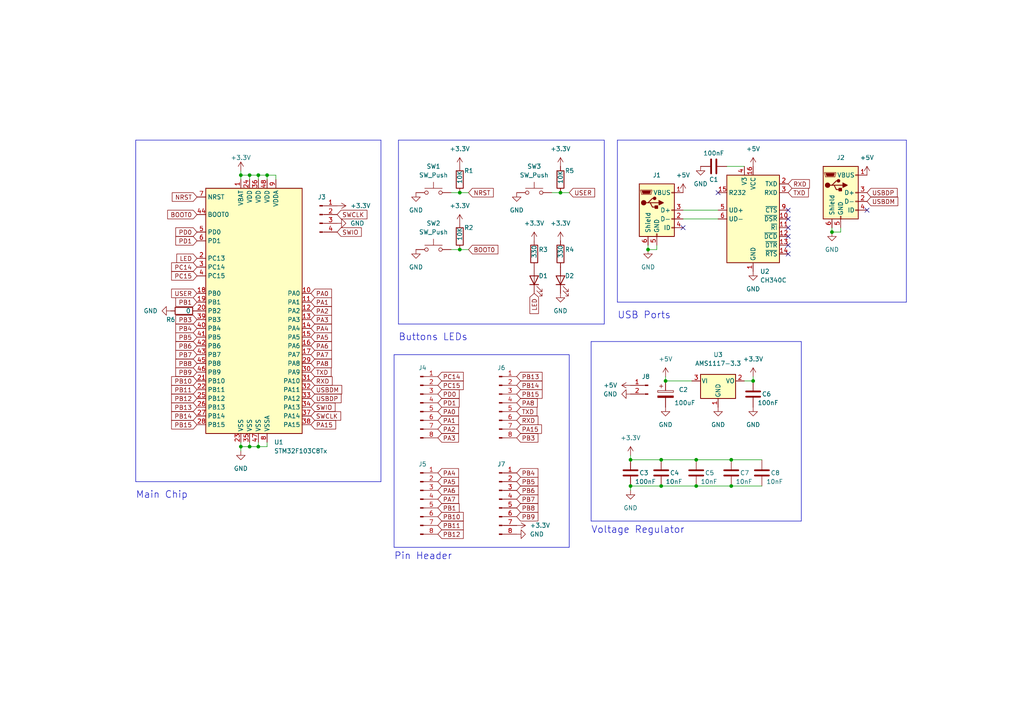
<source format=kicad_sch>
(kicad_sch (version 20230121) (generator eeschema)
  (paper "A4")
  (lib_symbols
    (symbol "Connector:Conn_01x02_Male" (pin_names (offset 1.016) hide)
      (property "Reference" "J" (at 0 2.54 0))
      (property "Value" "Conn_01x02_Male" (at 0 -5.08 0))
      (symbol "Conn_01x02_Male_1_1"
        (polyline (pts (xy 1.27 -2.54) (xy 0.8636 -2.54)) (stroke (width 0.1524)))
        (polyline (pts (xy 1.27 0) (xy 0.8636 0)) (stroke (width 0.1524)))
        (rectangle (start 0.8636 -2.413) (end 0 -2.667) (stroke (width 0.1524)) (fill (type outline)))
        (rectangle (start 0.8636 0.127) (end 0 -0.127) (stroke (width 0.1524)) (fill (type outline)))
        (pin passive line (at 5.08 0 180) (length 3.81) (name "Pin_1") (number "1"))
        (pin passive line (at 5.08 -2.54 180) (length 3.81) (name "Pin_2") (number "2"))
      )
    )
    (symbol "Connector:Conn_01x04_Male" (pin_names (offset 1.016) hide)
      (property "Reference" "J" (at 0 5.08 0))
      (property "Value" "Conn_01x04_Male" (at 0 -7.62 0))
      (symbol "Conn_01x04_Male_1_1"
        (polyline (pts (xy 1.27 -5.08) (xy 0.8636 -5.08)) (stroke (width 0.1524)))
        (polyline (pts (xy 1.27 -2.54) (xy 0.8636 -2.54)) (stroke (width 0.1524)))
        (polyline (pts (xy 1.27 0) (xy 0.8636 0)) (stroke (width 0.1524)))
        (polyline (pts (xy 1.27 2.54) (xy 0.8636 2.54)) (stroke (width 0.1524)))
        (rectangle (start 0.8636 -4.953) (end 0 -5.207) (stroke (width 0.1524)) (fill (type outline)))
        (rectangle (start 0.8636 -2.413) (end 0 -2.667) (stroke (width 0.1524)) (fill (type outline)))
        (rectangle (start 0.8636 0.127) (end 0 -0.127) (stroke (width 0.1524)) (fill (type outline)))
        (rectangle (start 0.8636 2.667) (end 0 2.413) (stroke (width 0.1524)) (fill (type outline)))
        (pin passive line (at 5.08 2.54 180) (length 3.81) (name "Pin_1") (number "1"))
        (pin passive line (at 5.08 0 180) (length 3.81) (name "Pin_2") (number "2"))
        (pin passive line (at 5.08 -2.54 180) (length 3.81) (name "Pin_3") (number "3"))
        (pin passive line (at 5.08 -5.08 180) (length 3.81) (name "Pin_4") (number "4"))
      )
    )
    (symbol "Connector:Conn_01x08_Male" (pin_names (offset 1.016) hide)
      (property "Reference" "J" (at 0 10.16 0))
      (property "Value" "Conn_01x08_Male" (at 0 -12.7 0))
      (symbol "Conn_01x08_Male_1_1"
        (polyline (pts (xy 1.27 -10.16) (xy 0.8636 -10.16)) (stroke (width 0.1524)))
        (polyline (pts (xy 1.27 -7.62) (xy 0.8636 -7.62)) (stroke (width 0.1524)))
        (polyline (pts (xy 1.27 -5.08) (xy 0.8636 -5.08)) (stroke (width 0.1524)))
        (polyline (pts (xy 1.27 -2.54) (xy 0.8636 -2.54)) (stroke (width 0.1524)))
        (polyline (pts (xy 1.27 0) (xy 0.8636 0)) (stroke (width 0.1524)))
        (polyline (pts (xy 1.27 2.54) (xy 0.8636 2.54)) (stroke (width 0.1524)))
        (polyline (pts (xy 1.27 5.08) (xy 0.8636 5.08)) (stroke (width 0.1524)))
        (polyline (pts (xy 1.27 7.62) (xy 0.8636 7.62)) (stroke (width 0.1524)))
        (rectangle (start 0.8636 -10.033) (end 0 -10.287) (stroke (width 0.1524)) (fill (type outline)))
        (rectangle (start 0.8636 -7.493) (end 0 -7.747) (stroke (width 0.1524)) (fill (type outline)))
        (rectangle (start 0.8636 -4.953) (end 0 -5.207) (stroke (width 0.1524)) (fill (type outline)))
        (rectangle (start 0.8636 -2.413) (end 0 -2.667) (stroke (width 0.1524)) (fill (type outline)))
        (rectangle (start 0.8636 0.127) (end 0 -0.127) (stroke (width 0.1524)) (fill (type outline)))
        (rectangle (start 0.8636 2.667) (end 0 2.413) (stroke (width 0.1524)) (fill (type outline)))
        (rectangle (start 0.8636 5.207) (end 0 4.953) (stroke (width 0.1524)) (fill (type outline)))
        (rectangle (start 0.8636 7.747) (end 0 7.493) (stroke (width 0.1524)) (fill (type outline)))
        (pin passive line (at 5.08 7.62 180) (length 3.81) (name "Pin_1") (number "1"))
        (pin passive line (at 5.08 5.08 180) (length 3.81) (name "Pin_2") (number "2"))
        (pin passive line (at 5.08 2.54 180) (length 3.81) (name "Pin_3") (number "3"))
        (pin passive line (at 5.08 0 180) (length 3.81) (name "Pin_4") (number "4"))
        (pin passive line (at 5.08 -2.54 180) (length 3.81) (name "Pin_5") (number "5"))
        (pin passive line (at 5.08 -5.08 180) (length 3.81) (name "Pin_6") (number "6"))
        (pin passive line (at 5.08 -7.62 180) (length 3.81) (name "Pin_7") (number "7"))
        (pin passive line (at 5.08 -10.16 180) (length 3.81) (name "Pin_8") (number "8"))
      )
    )
    (symbol "Connector:USB_B_Micro" (pin_names (offset 1.016))
      (property "Reference" "J" (at -5.08 11.43 0))
      (property "Value" "USB_B_Micro" (at -5.08 8.89 0))
      (symbol "USB_B_Micro_0_1"
        (rectangle (start -5.08 -7.62) (end 5.08 7.62) (stroke (width 0.254)) (fill (type background)))
        (circle (center -3.81 2.159) (radius 0.635) (stroke (width 0.254)) (fill (type outline)))
        (circle (center -0.635 3.429) (radius 0.381) (stroke (width 0.254)) (fill (type outline)))
        (rectangle (start -0.127 -7.62) (end 0.127 -6.858))
        (polyline (pts (xy -1.905 2.159) (xy 0.635 2.159)) (stroke (width 0.254)))
        (polyline (pts (xy -3.175 2.159) (xy -2.54 2.159) (xy -1.27 3.429) (xy -0.635 3.429)) (stroke (width 0.254)))
        (polyline (pts (xy -2.54 2.159) (xy -1.905 2.159) (xy -1.27 0.889) (xy 0 0.889)) (stroke (width 0.254)))
        (polyline (pts (xy 0.635 2.794) (xy 0.635 1.524) (xy 1.905 2.159) (xy 0.635 2.794)) (stroke (width 0.254)) (fill (type outline)))
        (polyline (pts (xy -4.318 5.588) (xy -1.778 5.588) (xy -2.032 4.826) (xy -4.064 4.826) (xy -4.318 5.588)) (fill (type outline)))
        (polyline (pts (xy -4.699 5.842) (xy -4.699 5.588) (xy -4.445 4.826) (xy -4.445 4.572) (xy -1.651 4.572) (xy -1.651 4.826) (xy -1.397 5.588) (xy -1.397 5.842) (xy -4.699 5.842)))
        (rectangle (start 0.254 1.27) (end -0.508 0.508) (stroke (width 0.254)) (fill (type outline)))
        (rectangle (start 5.08 -5.207) (end 4.318 -4.953))
        (rectangle (start 5.08 -2.667) (end 4.318 -2.413))
        (rectangle (start 5.08 -0.127) (end 4.318 0.127))
        (rectangle (start 5.08 4.953) (end 4.318 5.207))
      )
      (symbol "USB_B_Micro_1_1"
        (pin power_out line (at 7.62 5.08 180) (length 2.54) (name "VBUS") (number "1"))
        (pin bidirectional line (at 7.62 -2.54 180) (length 2.54) (name "D-") (number "2"))
        (pin bidirectional line (at 7.62 0 180) (length 2.54) (name "D+") (number "3"))
        (pin passive line (at 7.62 -5.08 180) (length 2.54) (name "ID") (number "4"))
        (pin power_out line (at 0 -10.16 90) (length 2.54) (name "GND") (number "5"))
        (pin passive line (at -2.54 -10.16 90) (length 2.54) (name "Shield") (number "6"))
      )
    )
    (symbol "Device:C" (pin_numbers hide) (pin_names (offset 0.254))
      (property "Reference" "C" (at 0.635 2.54 0))
      (property "Value" "C" (at 0.635 -2.54 0))
      (symbol "C_0_1"
        (polyline (pts (xy -2.032 -0.762) (xy 2.032 -0.762)) (stroke (width 0.508)))
        (polyline (pts (xy -2.032 0.762) (xy 2.032 0.762)) (stroke (width 0.508)))
      )
      (symbol "C_1_1"
        (pin passive line (at 0 3.81 270) (length 2.794) (name "~") (number "1"))
        (pin passive line (at 0 -3.81 90) (length 2.794) (name "~") (number "2"))
      )
    )
    (symbol "Device:C_Polarized" (pin_numbers hide) (pin_names (offset 0.254))
      (property "Reference" "C" (at 0.635 2.54 0))
      (property "Value" "C_Polarized" (at 0.635 -2.54 0))
      (symbol "C_Polarized_0_1"
        (rectangle (start -2.286 0.508) (end 2.286 1.016))
        (polyline (pts (xy -1.778 2.286) (xy -0.762 2.286)))
        (polyline (pts (xy -1.27 2.794) (xy -1.27 1.778)))
        (rectangle (start 2.286 -0.508) (end -2.286 -1.016) (fill (type outline)))
      )
      (symbol "C_Polarized_1_1"
        (pin passive line (at 0 3.81 270) (length 2.794) (name "~") (number "1"))
        (pin passive line (at 0 -3.81 90) (length 2.794) (name "~") (number "2"))
      )
    )
    (symbol "Device:LED" (pin_numbers hide) (pin_names (offset 1.016) hide)
      (property "Reference" "D" (at 0 2.54 0))
      (property "Value" "LED" (at 0 -2.54 0))
      (symbol "LED_0_1"
        (polyline (pts (xy -1.27 -1.27) (xy -1.27 1.27)) (stroke (width 0.254)))
        (polyline (pts (xy -1.27 0) (xy 1.27 0)))
        (polyline (pts (xy 1.27 -1.27) (xy 1.27 1.27) (xy -1.27 0) (xy 1.27 -1.27)) (stroke (width 0.254)))
        (polyline (pts (xy -3.048 -0.762) (xy -4.572 -2.286) (xy -3.81 -2.286) (xy -4.572 -2.286) (xy -4.572 -1.524)))
        (polyline (pts (xy -1.778 -0.762) (xy -3.302 -2.286) (xy -2.54 -2.286) (xy -3.302 -2.286) (xy -3.302 -1.524)))
      )
      (symbol "LED_1_1"
        (pin passive line (at -3.81 0 0) (length 2.54) (name "K") (number "1"))
        (pin passive line (at 3.81 0 180) (length 2.54) (name "A") (number "2"))
      )
    )
    (symbol "Device:R" (pin_numbers hide) (pin_names (offset 0))
      (property "Reference" "R" (at 2.032 0 90))
      (property "Value" "R" (at 0 0 90))
      (symbol "R_0_1"
        (rectangle (start -1.016 -2.54) (end 1.016 2.54) (stroke (width 0.254)))
      )
      (symbol "R_1_1"
        (pin passive line (at 0 3.81 270) (length 1.27) (name "~") (number "1"))
        (pin passive line (at 0 -3.81 90) (length 1.27) (name "~") (number "2"))
      )
    )
    (symbol "Interface_USB:CH340C"
      (property "Reference" "U" (at -5.08 13.97 0))
      (property "Value" "CH340C" (at 1.27 13.97 0))
      (symbol "CH340C_0_1"
        (rectangle (start -7.62 12.7) (end 7.62 -12.7) (stroke (width 0.254)) (fill (type background)))
      )
      (symbol "CH340C_1_1"
        (pin power_in line (at 0 -15.24 90) (length 2.54) (name "GND") (number "1"))
        (pin input line (at 10.16 0 180) (length 2.54) (name "~{DSR}") (number "10"))
        (pin input line (at 10.16 -2.54 180) (length 2.54) (name "~{RI}") (number "11"))
        (pin input line (at 10.16 -5.08 180) (length 2.54) (name "~{DCD}") (number "12"))
        (pin output line (at 10.16 -7.62 180) (length 2.54) (name "~{DTR}") (number "13"))
        (pin output line (at 10.16 -10.16 180) (length 2.54) (name "~{RTS}") (number "14"))
        (pin input line (at -10.16 7.62 0) (length 2.54) (name "R232") (number "15"))
        (pin power_in line (at 0 15.24 270) (length 2.54) (name "VCC") (number "16"))
        (pin output line (at 10.16 10.16 180) (length 2.54) (name "TXD") (number "2"))
        (pin input line (at 10.16 7.62 180) (length 2.54) (name "RXD") (number "3"))
        (pin passive line (at -2.54 15.24 270) (length 2.54) (name "V3") (number "4"))
        (pin bidirectional line (at -10.16 2.54 0) (length 2.54) (name "UD+") (number "5"))
        (pin bidirectional line (at -10.16 0 0) (length 2.54) (name "UD-") (number "6"))
        (pin no_connect line (at -7.62 -7.62 0) (length 2.54) hide (name "NC") (number "7"))
        (pin no_connect line (at -7.62 -10.16 0) (length 2.54) hide (name "NC") (number "8"))
        (pin input line (at 10.16 2.54 180) (length 2.54) (name "~{CTS}") (number "9"))
      )
    )
    (symbol "MCU_ST_STM32F1:STM32F103C8Tx"
      (property "Reference" "U" (at -15.24 36.83 0))
      (property "Value" "STM32F103C8Tx" (at 7.62 36.83 0))
      (symbol "STM32F103C8Tx_0_1"
        (rectangle (start -15.24 -35.56) (end 12.7 35.56) (stroke (width 0.254)) (fill (type background)))
      )
      (symbol "STM32F103C8Tx_1_1"
        (pin power_in line (at -5.08 38.1 270) (length 2.54) (name "VBAT") (number "1"))
        (pin bidirectional line (at 15.24 5.08 180) (length 2.54) (name "PA0") (number "10"))
        (pin bidirectional line (at 15.24 2.54 180) (length 2.54) (name "PA1") (number "11"))
        (pin bidirectional line (at 15.24 0 180) (length 2.54) (name "PA2") (number "12"))
        (pin bidirectional line (at 15.24 -2.54 180) (length 2.54) (name "PA3") (number "13"))
        (pin bidirectional line (at 15.24 -5.08 180) (length 2.54) (name "PA4") (number "14"))
        (pin bidirectional line (at 15.24 -7.62 180) (length 2.54) (name "PA5") (number "15"))
        (pin bidirectional line (at 15.24 -10.16 180) (length 2.54) (name "PA6") (number "16"))
        (pin bidirectional line (at 15.24 -12.7 180) (length 2.54) (name "PA7") (number "17"))
        (pin bidirectional line (at -17.78 5.08 0) (length 2.54) (name "PB0") (number "18"))
        (pin bidirectional line (at -17.78 2.54 0) (length 2.54) (name "PB1") (number "19"))
        (pin bidirectional line (at -17.78 15.24 0) (length 2.54) (name "PC13") (number "2"))
        (pin bidirectional line (at -17.78 0 0) (length 2.54) (name "PB2") (number "20"))
        (pin bidirectional line (at -17.78 -20.32 0) (length 2.54) (name "PB10") (number "21"))
        (pin bidirectional line (at -17.78 -22.86 0) (length 2.54) (name "PB11") (number "22"))
        (pin power_in line (at -5.08 -38.1 90) (length 2.54) (name "VSS") (number "23"))
        (pin power_in line (at -2.54 38.1 270) (length 2.54) (name "VDD") (number "24"))
        (pin bidirectional line (at -17.78 -25.4 0) (length 2.54) (name "PB12") (number "25"))
        (pin bidirectional line (at -17.78 -27.94 0) (length 2.54) (name "PB13") (number "26"))
        (pin bidirectional line (at -17.78 -30.48 0) (length 2.54) (name "PB14") (number "27"))
        (pin bidirectional line (at -17.78 -33.02 0) (length 2.54) (name "PB15") (number "28"))
        (pin bidirectional line (at 15.24 -15.24 180) (length 2.54) (name "PA8") (number "29"))
        (pin bidirectional line (at -17.78 12.7 0) (length 2.54) (name "PC14") (number "3"))
        (pin bidirectional line (at 15.24 -17.78 180) (length 2.54) (name "PA9") (number "30"))
        (pin bidirectional line (at 15.24 -20.32 180) (length 2.54) (name "PA10") (number "31"))
        (pin bidirectional line (at 15.24 -22.86 180) (length 2.54) (name "PA11") (number "32"))
        (pin bidirectional line (at 15.24 -25.4 180) (length 2.54) (name "PA12") (number "33"))
        (pin bidirectional line (at 15.24 -27.94 180) (length 2.54) (name "PA13") (number "34"))
        (pin power_in line (at -2.54 -38.1 90) (length 2.54) (name "VSS") (number "35"))
        (pin power_in line (at 0 38.1 270) (length 2.54) (name "VDD") (number "36"))
        (pin bidirectional line (at 15.24 -30.48 180) (length 2.54) (name "PA14") (number "37"))
        (pin bidirectional line (at 15.24 -33.02 180) (length 2.54) (name "PA15") (number "38"))
        (pin bidirectional line (at -17.78 -2.54 0) (length 2.54) (name "PB3") (number "39"))
        (pin bidirectional line (at -17.78 10.16 0) (length 2.54) (name "PC15") (number "4"))
        (pin bidirectional line (at -17.78 -5.08 0) (length 2.54) (name "PB4") (number "40"))
        (pin bidirectional line (at -17.78 -7.62 0) (length 2.54) (name "PB5") (number "41"))
        (pin bidirectional line (at -17.78 -10.16 0) (length 2.54) (name "PB6") (number "42"))
        (pin bidirectional line (at -17.78 -12.7 0) (length 2.54) (name "PB7") (number "43"))
        (pin input line (at -17.78 27.94 0) (length 2.54) (name "BOOT0") (number "44"))
        (pin bidirectional line (at -17.78 -15.24 0) (length 2.54) (name "PB8") (number "45"))
        (pin bidirectional line (at -17.78 -17.78 0) (length 2.54) (name "PB9") (number "46"))
        (pin power_in line (at 0 -38.1 90) (length 2.54) (name "VSS") (number "47"))
        (pin power_in line (at 2.54 38.1 270) (length 2.54) (name "VDD") (number "48"))
        (pin input line (at -17.78 22.86 0) (length 2.54) (name "PD0") (number "5"))
        (pin input line (at -17.78 20.32 0) (length 2.54) (name "PD1") (number "6"))
        (pin input line (at -17.78 33.02 0) (length 2.54) (name "NRST") (number "7"))
        (pin power_in line (at 2.54 -38.1 90) (length 2.54) (name "VSSA") (number "8"))
        (pin power_in line (at 5.08 38.1 270) (length 2.54) (name "VDDA") (number "9"))
      )
    )
    (symbol "Regulator_Linear:AMS1117-3.3" (pin_names (offset 0.254))
      (property "Reference" "U" (at -3.81 3.175 0))
      (property "Value" "AMS1117-3.3" (at 0 3.175 0))
      (symbol "AMS1117-3.3_0_1"
        (rectangle (start -5.08 -5.08) (end 5.08 1.905) (stroke (width 0.254)) (fill (type background)))
      )
      (symbol "AMS1117-3.3_1_1"
        (pin power_in line (at 0 -7.62 90) (length 2.54) (name "GND") (number "1"))
        (pin power_out line (at 7.62 0 180) (length 2.54) (name "VO") (number "2"))
        (pin power_in line (at -7.62 0 0) (length 2.54) (name "VI") (number "3"))
      )
    )
    (symbol "Switch:SW_Push" (pin_numbers hide) (pin_names (offset 1.016) hide)
      (property "Reference" "SW" (at 1.27 2.54 0))
      (property "Value" "SW_Push" (at 0 -1.524 0))
      (symbol "SW_Push_0_1"
        (circle (center -2.032 0) (radius 0.508))
        (polyline (pts (xy 0 1.27) (xy 0 3.048)))
        (polyline (pts (xy 2.54 1.27) (xy -2.54 1.27)))
        (circle (center 2.032 0) (radius 0.508))
        (pin passive line (at -5.08 0 0) (length 2.54) (name "1") (number "1"))
        (pin passive line (at 5.08 0 180) (length 2.54) (name "2") (number "2"))
      )
    )
    (symbol "power:+3.3V" (power) (pin_names (offset 0))
      (property "Value" "+3.3V" (at 0 3.556 0))
      (symbol "+3.3V_0_1"
        (polyline (pts (xy -0.762 1.27) (xy 0 2.54)))
        (polyline (pts (xy 0 0) (xy 0 2.54)))
        (polyline (pts (xy 0 2.54) (xy 0.762 1.27)))
      )
      (symbol "+3.3V_1_1"
        (pin power_in line (at 0 0 90) (length 0) hide (name "+3.3V") (number "1"))
      )
    )
    (symbol "power:+5V" (power) (pin_names (offset 0))
      (property "Value" "+5V" (at 0 3.556 0))
      (symbol "+5V_0_1"
        (polyline (pts (xy -0.762 1.27) (xy 0 2.54)))
        (polyline (pts (xy 0 0) (xy 0 2.54)))
        (polyline (pts (xy 0 2.54) (xy 0.762 1.27)))
      )
      (symbol "+5V_1_1"
        (pin power_in line (at 0 0 90) (length 0) hide (name "+5V") (number "1"))
      )
    )
    (symbol "power:GND" (power) (pin_names (offset 0))
      (property "Value" "GND" (at 0 -3.81 0))
      (symbol "GND_0_1"
        (polyline (pts (xy 0 0) (xy 0 -1.27) (xy 1.27 -1.27) (xy 0 -2.54) (xy -1.27 -1.27) (xy 0 -1.27)))
      )
      (symbol "GND_1_1"
        (pin power_in line (at 0 0 270) (length 0) hide (name "GND") (number "1"))
      )
    )
  )
  (junction (at 218.44 110.49))
  (junction (at 187.96 72.39))
  (junction (at 133.35 55.88))
  (junction (at 133.35 72.39))
  (junction (at 69.85 50.8))
  (junction (at 201.93 140.97))
  (junction (at 72.39 50.8))
  (junction (at 201.93 133.35))
  (junction (at 212.09 133.35))
  (junction (at 241.3 67.31))
  (junction (at 72.39 129.54))
  (junction (at 162.56 55.88))
  (junction (at 69.85 129.54))
  (junction (at 212.09 140.97))
  (junction (at 191.77 133.35))
  (junction (at 74.93 50.8))
  (junction (at 193.04 110.49))
  (junction (at 182.88 140.97))
  (junction (at 77.47 50.8))
  (junction (at 191.77 140.97))
  (junction (at 74.93 129.54))
  (junction (at 182.88 133.35))
  (no_connect (at 208.28 55.88))
  (no_connect (at 251.46 60.96))
  (no_connect (at 198.12 66.04))
  (no_connect (at 228.6 63.5))
  (no_connect (at 228.6 60.96))
  (no_connect (at 228.6 71.12))
  (no_connect (at 228.6 66.04))
  (no_connect (at 228.6 73.66))
  (no_connect (at 228.6 68.58))
  (wire (pts (xy 193.04 110.49) (xy 200.66 110.49)))
  (wire (pts (xy 182.88 132.08) (xy 182.88 133.35)))
  (wire (pts (xy 191.77 140.97) (xy 201.93 140.97)))
  (wire (pts (xy 162.56 55.88) (xy 165.1 55.88)))
  (wire (pts (xy 191.77 133.35) (xy 201.93 133.35)))
  (wire (pts (xy 198.12 63.5) (xy 208.28 63.5)))
  (wire (pts (xy 133.35 72.39) (xy 135.89 72.39)))
  (wire (pts (xy 77.47 129.54) (xy 74.93 129.54)))
  (wire (pts (xy 69.85 49.53) (xy 69.85 50.8)))
  (polyline (pts (xy 115.57 40.64) (xy 175.26 40.64)))
  (wire (pts (xy 69.85 50.8) (xy 69.85 52.07)))
  (polyline (pts (xy 110.49 139.7) (xy 39.37 139.7)))
  (polyline (pts (xy 175.26 93.98) (xy 115.57 93.98)))
  (wire (pts (xy 243.84 66.04) (xy 243.84 67.31)))
  (wire (pts (xy 72.39 50.8) (xy 74.93 50.8)))
  (polyline (pts (xy 175.26 40.64) (xy 175.26 93.98)))
  (polyline (pts (xy 39.37 40.64) (xy 110.49 40.64)))
  (polyline (pts (xy 115.57 40.64) (xy 115.57 93.98)))
  (wire (pts (xy 212.09 140.97) (xy 220.98 140.97)))
  (wire (pts (xy 74.93 50.8) (xy 74.93 52.07)))
  (polyline (pts (xy 232.41 99.06) (xy 232.41 151.13)))
  (wire (pts (xy 182.88 133.35) (xy 191.77 133.35)))
  (wire (pts (xy 243.84 67.31) (xy 241.3 67.31)))
  (wire (pts (xy 187.96 71.12) (xy 187.96 72.39)))
  (polyline (pts (xy 165.1 102.87) (xy 165.1 158.75)))
  (wire (pts (xy 74.93 128.27) (xy 74.93 129.54)))
  (polyline (pts (xy 179.07 40.64) (xy 179.07 87.63)))
  (wire (pts (xy 193.04 109.22) (xy 193.04 110.49)))
  (wire (pts (xy 182.88 140.97) (xy 182.88 142.24)))
  (polyline (pts (xy 110.49 40.64) (xy 110.49 139.7)))
  (wire (pts (xy 130.81 72.39) (xy 133.35 72.39)))
  (wire (pts (xy 77.47 128.27) (xy 77.47 129.54)))
  (wire (pts (xy 69.85 129.54) (xy 69.85 130.81)))
  (wire (pts (xy 72.39 50.8) (xy 72.39 52.07)))
  (polyline (pts (xy 171.45 99.06) (xy 232.41 99.06)))
  (polyline (pts (xy 114.3 102.87) (xy 165.1 102.87)))
  (polyline (pts (xy 232.41 151.13) (xy 171.45 151.13)))
  (wire (pts (xy 69.85 128.27) (xy 69.85 129.54)))
  (wire (pts (xy 182.88 140.97) (xy 191.77 140.97)))
  (polyline (pts (xy 39.37 40.64) (xy 39.37 139.7)))
  (wire (pts (xy 77.47 50.8) (xy 77.47 52.07)))
  (wire (pts (xy 72.39 129.54) (xy 69.85 129.54)))
  (wire (pts (xy 241.3 66.04) (xy 241.3 67.31)))
  (polyline (pts (xy 262.89 40.64) (xy 262.89 87.63)))
  (wire (pts (xy 72.39 128.27) (xy 72.39 129.54)))
  (wire (pts (xy 190.5 72.39) (xy 187.96 72.39)))
  (polyline (pts (xy 171.45 99.06) (xy 171.45 151.13)))
  (wire (pts (xy 130.81 55.88) (xy 133.35 55.88)))
  (wire (pts (xy 133.35 55.88) (xy 135.89 55.88)))
  (wire (pts (xy 77.47 50.8) (xy 80.01 50.8)))
  (wire (pts (xy 201.93 133.35) (xy 212.09 133.35)))
  (wire (pts (xy 74.93 50.8) (xy 77.47 50.8)))
  (wire (pts (xy 198.12 60.96) (xy 208.28 60.96)))
  (wire (pts (xy 190.5 71.12) (xy 190.5 72.39)))
  (polyline (pts (xy 179.07 40.64) (xy 262.89 40.64)))
  (wire (pts (xy 215.9 110.49) (xy 218.44 110.49)))
  (polyline (pts (xy 114.3 102.87) (xy 114.3 158.75)))
  (polyline (pts (xy 165.1 158.75) (xy 114.3 158.75)))
  (wire (pts (xy 80.01 52.07) (xy 80.01 50.8)))
  (wire (pts (xy 212.09 133.35) (xy 220.98 133.35)))
  (wire (pts (xy 74.93 129.54) (xy 72.39 129.54)))
  (polyline (pts (xy 262.89 87.63) (xy 179.07 87.63)))
  (wire (pts (xy 210.82 48.26) (xy 215.9 48.26)))
  (wire (pts (xy 69.85 50.8) (xy 72.39 50.8)))
  (wire (pts (xy 218.44 109.22) (xy 218.44 110.49)))
  (wire (pts (xy 201.93 140.97) (xy 212.09 140.97)))
  (wire (pts (xy 160.02 55.88) (xy 162.56 55.88)))
  (text "Voltage Regulator" (at 171.45 154.94 0) (effects (font (size 2 2)) (justify left bottom)))
  (text "Main Chip\n" (at 39.37 144.78 0) (effects (font (size 2 2)) (justify left bottom)))
  (text "Buttons LEDs" (at 115.57 99.06 0) (effects (font (size 2 2)) (justify left bottom)))
  (text "USB Ports\n" (at 179.07 92.71 0) (effects (font (size 2 2)) (justify left bottom)))
  (text "Pin Header" (at 114.3 162.56 0) (effects (font (size 2 2)) (justify left bottom)))
  (global_label "SWCLK" (shape input) (at 90.17 120.65 0) (property "Intersheetrefs" "${INTERSHEET_REFS}" (effects hide)))
  (global_label "PB4" (shape input) (at 57.15 95.25 180) (property "Intersheetrefs" "${INTERSHEET_REFS}" (effects hide)))
  (global_label "PB8" (shape input) (at 57.15 105.41 180) (property "Intersheetrefs" "${INTERSHEET_REFS}" (effects hide)))
  (global_label "PB15" (shape input) (at 57.15 123.19 180) (property "Intersheetrefs" "${INTERSHEET_REFS}" (effects hide)))
  (global_label "PB3" (shape input) (at 57.15 92.71 180) (property "Intersheetrefs" "${INTERSHEET_REFS}" (effects hide)))
  (global_label "PA3" (shape input) (at 90.17 92.71 0) (property "Intersheetrefs" "${INTERSHEET_REFS}" (effects hide)))
  (global_label "BOOT0" (shape input) (at 135.89 72.39 0) (property "Intersheetrefs" "${INTERSHEET_REFS}" (effects hide)))
  (global_label "PA15" (shape input) (at 90.17 123.19 0) (property "Intersheetrefs" "${INTERSHEET_REFS}" (effects hide)))
  (global_label "PB10" (shape input) (at 127 149.86 0) (property "Intersheetrefs" "${INTERSHEET_REFS}" (effects hide)))
  (global_label "PA4" (shape input) (at 127 137.16 0) (property "Intersheetrefs" "${INTERSHEET_REFS}" (effects hide)))
  (global_label "PA5" (shape input) (at 127 139.7 0) (property "Intersheetrefs" "${INTERSHEET_REFS}" (effects hide)))
  (global_label "LED" (shape input) (at 57.15 74.93 180) (property "Intersheetrefs" "${INTERSHEET_REFS}" (effects hide)))
  (global_label "RXD" (shape input) (at 149.86 121.92 0) (property "Intersheetrefs" "${INTERSHEET_REFS}" (effects hide)))
  (global_label "PB9" (shape input) (at 57.15 107.95 180) (property "Intersheetrefs" "${INTERSHEET_REFS}" (effects hide)))
  (global_label "PA3" (shape input) (at 127 127 0) (property "Intersheetrefs" "${INTERSHEET_REFS}" (effects hide)))
  (global_label "PA2" (shape input) (at 127 124.46 0) (property "Intersheetrefs" "${INTERSHEET_REFS}" (effects hide)))
  (global_label "PB13" (shape input) (at 57.15 118.11 180) (property "Intersheetrefs" "${INTERSHEET_REFS}" (effects hide)))
  (global_label "PB1" (shape input) (at 57.15 87.63 180) (property "Intersheetrefs" "${INTERSHEET_REFS}" (effects hide)))
  (global_label "PB10" (shape input) (at 57.15 110.49 180) (property "Intersheetrefs" "${INTERSHEET_REFS}" (effects hide)))
  (global_label "PB12" (shape input) (at 127 154.94 0) (property "Intersheetrefs" "${INTERSHEET_REFS}" (effects hide)))
  (global_label "PC14" (shape input) (at 57.15 77.47 180) (property "Intersheetrefs" "${INTERSHEET_REFS}" (effects hide)))
  (global_label "PC15" (shape input) (at 57.15 80.01 180) (property "Intersheetrefs" "${INTERSHEET_REFS}" (effects hide)))
  (global_label "PC14" (shape input) (at 127 109.22 0) (property "Intersheetrefs" "${INTERSHEET_REFS}" (effects hide)))
  (global_label "USER" (shape input) (at 57.15 85.09 180) (property "Intersheetrefs" "${INTERSHEET_REFS}" (effects hide)))
  (global_label "USBDP" (shape input) (at 90.17 115.57 0) (property "Intersheetrefs" "${INTERSHEET_REFS}" (effects hide)))
  (global_label "PA0" (shape input) (at 90.17 85.09 0) (property "Intersheetrefs" "${INTERSHEET_REFS}" (effects hide)))
  (global_label "PA7" (shape input) (at 127 144.78 0) (property "Intersheetrefs" "${INTERSHEET_REFS}" (effects hide)))
  (global_label "USBDM" (shape input) (at 251.46 58.42 0) (property "Intersheetrefs" "${INTERSHEET_REFS}" (effects hide)))
  (global_label "PA5" (shape input) (at 90.17 97.79 0) (property "Intersheetrefs" "${INTERSHEET_REFS}" (effects hide)))
  (global_label "RXD" (shape input) (at 228.6 53.34 0) (property "Intersheetrefs" "${INTERSHEET_REFS}" (effects hide)))
  (global_label "PB9" (shape input) (at 149.86 149.86 0) (property "Intersheetrefs" "${INTERSHEET_REFS}" (effects hide)))
  (global_label "PA1" (shape input) (at 90.17 87.63 0) (property "Intersheetrefs" "${INTERSHEET_REFS}" (effects hide)))
  (global_label "PB14" (shape input) (at 149.86 111.76 0) (property "Intersheetrefs" "${INTERSHEET_REFS}" (effects hide)))
  (global_label "NRST" (shape input) (at 57.15 57.15 180) (property "Intersheetrefs" "${INTERSHEET_REFS}" (effects hide)))
  (global_label "SWCLK" (shape input) (at 97.79 62.23 0) (property "Intersheetrefs" "${INTERSHEET_REFS}" (effects hide)))
  (global_label "PA2" (shape input) (at 90.17 90.17 0) (property "Intersheetrefs" "${INTERSHEET_REFS}" (effects hide)))
  (global_label "PB3" (shape input) (at 149.86 127 0) (property "Intersheetrefs" "${INTERSHEET_REFS}" (effects hide)))
  (global_label "PB15" (shape input) (at 149.86 114.3 0) (property "Intersheetrefs" "${INTERSHEET_REFS}" (effects hide)))
  (global_label "PD1" (shape input) (at 57.15 69.85 180) (property "Intersheetrefs" "${INTERSHEET_REFS}" (effects hide)))
  (global_label "PB5" (shape input) (at 57.15 97.79 180) (property "Intersheetrefs" "${INTERSHEET_REFS}" (effects hide)))
  (global_label "BOOT0" (shape input) (at 57.15 62.23 180) (property "Intersheetrefs" "${INTERSHEET_REFS}" (effects hide)))
  (global_label "USER" (shape input) (at 165.1 55.88 0) (property "Intersheetrefs" "${INTERSHEET_REFS}" (effects hide)))
  (global_label "PB11" (shape input) (at 127 152.4 0) (property "Intersheetrefs" "${INTERSHEET_REFS}" (effects hide)))
  (global_label "PB6" (shape input) (at 149.86 142.24 0) (property "Intersheetrefs" "${INTERSHEET_REFS}" (effects hide)))
  (global_label "PB13" (shape input) (at 149.86 109.22 0) (property "Intersheetrefs" "${INTERSHEET_REFS}" (effects hide)))
  (global_label "USBDP" (shape input) (at 251.46 55.88 0) (property "Intersheetrefs" "${INTERSHEET_REFS}" (effects hide)))
  (global_label "TXD" (shape input) (at 228.6 55.88 0) (property "Intersheetrefs" "${INTERSHEET_REFS}" (effects hide)))
  (global_label "SWIO" (shape input) (at 97.79 67.31 0) (property "Intersheetrefs" "${INTERSHEET_REFS}" (effects hide)))
  (global_label "PB6" (shape input) (at 57.15 100.33 180) (property "Intersheetrefs" "${INTERSHEET_REFS}" (effects hide)))
  (global_label "LED" (shape input) (at 154.94 85.09 270) (property "Intersheetrefs" "${INTERSHEET_REFS}" (effects hide)))
  (global_label "PA8" (shape input) (at 149.86 116.84 0) (property "Intersheetrefs" "${INTERSHEET_REFS}" (effects hide)))
  (global_label "PB7" (shape input) (at 149.86 144.78 0) (property "Intersheetrefs" "${INTERSHEET_REFS}" (effects hide)))
  (global_label "RXD" (shape input) (at 90.17 110.49 0) (property "Intersheetrefs" "${INTERSHEET_REFS}" (effects hide)))
  (global_label "PB5" (shape input) (at 149.86 139.7 0) (property "Intersheetrefs" "${INTERSHEET_REFS}" (effects hide)))
  (global_label "PA6" (shape input) (at 127 142.24 0) (property "Intersheetrefs" "${INTERSHEET_REFS}" (effects hide)))
  (global_label "PB12" (shape input) (at 57.15 115.57 180) (property "Intersheetrefs" "${INTERSHEET_REFS}" (effects hide)))
  (global_label "PA0" (shape input) (at 127 119.38 0) (property "Intersheetrefs" "${INTERSHEET_REFS}" (effects hide)))
  (global_label "PA6" (shape input) (at 90.17 100.33 0) (property "Intersheetrefs" "${INTERSHEET_REFS}" (effects hide)))
  (global_label "PA1" (shape input) (at 127 121.92 0) (property "Intersheetrefs" "${INTERSHEET_REFS}" (effects hide)))
  (global_label "PB8" (shape input) (at 149.86 147.32 0) (property "Intersheetrefs" "${INTERSHEET_REFS}" (effects hide)))
  (global_label "TXD" (shape input) (at 149.86 119.38 0) (property "Intersheetrefs" "${INTERSHEET_REFS}" (effects hide)))
  (global_label "PB1" (shape input) (at 127 147.32 0) (property "Intersheetrefs" "${INTERSHEET_REFS}" (effects hide)))
  (global_label "PC15" (shape input) (at 127 111.76 0) (property "Intersheetrefs" "${INTERSHEET_REFS}" (effects hide)))
  (global_label "PD0" (shape input) (at 127 114.3 0) (property "Intersheetrefs" "${INTERSHEET_REFS}" (effects hide)))
  (global_label "PD1" (shape input) (at 127 116.84 0) (property "Intersheetrefs" "${INTERSHEET_REFS}" (effects hide)))
  (global_label "PA4" (shape input) (at 90.17 95.25 0) (property "Intersheetrefs" "${INTERSHEET_REFS}" (effects hide)))
  (global_label "PA7" (shape input) (at 90.17 102.87 0) (property "Intersheetrefs" "${INTERSHEET_REFS}" (effects hide)))
  (global_label "NRST" (shape input) (at 135.89 55.88 0) (property "Intersheetrefs" "${INTERSHEET_REFS}" (effects hide)))
  (global_label "PB14" (shape input) (at 57.15 120.65 180) (property "Intersheetrefs" "${INTERSHEET_REFS}" (effects hide)))
  (global_label "PD0" (shape input) (at 57.15 67.31 180) (property "Intersheetrefs" "${INTERSHEET_REFS}" (effects hide)))
  (global_label "TXD" (shape input) (at 90.17 107.95 0) (property "Intersheetrefs" "${INTERSHEET_REFS}" (effects hide)))
  (global_label "SWIO" (shape input) (at 90.17 118.11 0) (property "Intersheetrefs" "${INTERSHEET_REFS}" (effects hide)))
  (global_label "PB4" (shape input) (at 149.86 137.16 0) (property "Intersheetrefs" "${INTERSHEET_REFS}" (effects hide)))
  (global_label "PB11" (shape input) (at 57.15 113.03 180) (property "Intersheetrefs" "${INTERSHEET_REFS}" (effects hide)))
  (global_label "PA8" (shape input) (at 90.17 105.41 0) (property "Intersheetrefs" "${INTERSHEET_REFS}" (effects hide)))
  (global_label "USBDM" (shape input) (at 90.17 113.03 0) (property "Intersheetrefs" "${INTERSHEET_REFS}" (effects hide)))
  (global_label "PB7" (shape input) (at 57.15 102.87 180) (property "Intersheetrefs" "${INTERSHEET_REFS}" (effects hide)))
  (global_label "PA15" (shape input) (at 149.86 124.46 0) (property "Intersheetrefs" "${INTERSHEET_REFS}" (effects hide)))
  (symbol (lib_id "power:+5V") (at 182.88 111.76 90) (mirror x) (unit 1)
    (property "Reference" "#PWR031" (effects hide))
    (property "Value" "+5V" (at 179.07 111.7599 90) (effects (justify left)))
  )
  (symbol (lib_id "Device:R") (at 133.35 68.58 0) (unit 1)
    (property "Reference" "R2" (at 134.62 66.04 0) (effects (justify left)))
    (property "Value" "10K" (at 133.35 69.85 90) (effects (justify left)))
    (property "Footprint" "Resistor_SMD:R_0603_1608Metric" (effects hide))
  )
  (symbol (lib_id "power:GND") (at 182.88 142.24 0) (unit 1)
    (property "Reference" "#PWR016" (effects hide))
    (property "Value" "GND" (at 182.88 147.32 0))
  )
  (symbol (lib_id "Switch:SW_Push") (at 154.94 55.88 0) (unit 1)
    (property "Reference" "SW3" (at 154.94 48.26 0))
    (property "Value" "SW_Push" (at 154.94 50.8 0))
    (property "Footprint" "Button_Switch_SMD:SW_SPST_B3U-1000P-B" (effects hide))
  )
  (symbol (lib_id "power:GND") (at 120.65 72.39 0) (unit 1)
    (property "Reference" "#PWR02" (effects hide))
    (property "Value" "GND" (at 120.65 77.47 0))
  )
  (symbol (lib_id "power:GND") (at 97.79 64.77 90) (unit 1)
    (property "Reference" "#PWR027" (effects hide))
    (property "Value" "GND" (at 101.6 64.7699 90) (effects (justify right)))
  )
  (symbol (lib_id "power:GND") (at 49.53 90.17 270) (unit 1)
    (property "Reference" "#PWR07" (effects hide))
    (property "Value" "GND" (at 45.72 90.1699 90) (effects (justify right)))
  )
  (symbol (lib_id "Connector:Conn_01x04_Male") (at 92.71 62.23 0) (unit 1)
    (property "Reference" "J3" (at 93.345 57.15 0))
    (property "Value" "Conn_01x04_Male" (effects hide))
    (property "Footprint" "Connector_PinHeader_2.54mm:PinHeader_1x04_P2.54mm_Vertical" (effects hide))
  )
  (symbol (lib_id "Device:C") (at 220.98 137.16 0) (unit 1)
    (property "Reference" "C8" (at 223.52 137.16 0) (effects (justify left)))
    (property "Value" "10nF" (at 222.25 139.7 0) (effects (justify left)))
    (property "Footprint" "Capacitor_SMD:C_0603_1608Metric" (effects hide))
  )
  (symbol (lib_id "power:+3.3V") (at 162.56 48.26 0) (unit 1)
    (property "Reference" "#PWR028" (effects hide))
    (property "Value" "+3.3V" (at 162.56 43.18 0))
  )
  (symbol (lib_id "power:GND") (at 149.86 154.94 90) (unit 1)
    (property "Reference" "#PWR030" (effects hide))
    (property "Value" "GND" (at 153.67 154.9399 90) (effects (justify right)))
  )
  (symbol (lib_id "Connector:Conn_01x02_Male") (at 187.96 111.76 0) (mirror y) (unit 1)
    (property "Reference" "J8" (at 187.325 109.22 0))
    (property "Value" "Conn_01x02_Male" (effects hide))
    (property "Footprint" "Connector_PinHeader_2.54mm:PinHeader_1x02_P2.54mm_Vertical" (effects hide))
  )
  (symbol (lib_id "power:+3.3V") (at 182.88 132.08 0) (unit 1)
    (property "Reference" "#PWR015" (effects hide))
    (property "Value" "+3.3V" (at 182.88 127 0))
  )
  (symbol (lib_id "Device:C") (at 212.09 137.16 0) (unit 1)
    (property "Reference" "C7" (at 214.63 137.16 0) (effects (justify left)))
    (property "Value" "10nF" (at 213.36 139.7 0) (effects (justify left)))
    (property "Footprint" "Capacitor_SMD:C_0603_1608Metric" (effects hide))
  )
  (symbol (lib_id "power:+3.3V") (at 133.35 48.26 0) (unit 1)
    (property "Reference" "#PWR03" (effects hide))
    (property "Value" "+3.3V" (at 133.35 43.18 0))
  )
  (symbol (lib_id "power:+5V") (at 193.04 109.22 0) (unit 1)
    (property "Reference" "#PWR013" (effects hide))
    (property "Value" "+5V" (at 193.04 104.14 0))
  )
  (symbol (lib_id "Regulator_Linear:AMS1117-3.3") (at 208.28 110.49 0) (unit 1)
    (property "Reference" "U3" (at 208.28 102.87 0))
    (property "Value" "AMS1117-3.3" (at 208.28 105.41 0))
    (property "Footprint" "Package_TO_SOT_SMD:SOT-223-3_TabPin2" (effects hide))
    (property "Datasheet" "http://www.advanced-monolithic.com/pdf/ds1117.pdf" (effects hide))
  )
  (symbol (lib_id "power:+3.3V") (at 69.85 49.53 0) (unit 1)
    (property "Reference" "#PWR05" (effects hide))
    (property "Value" "+3.3V" (at 69.85 45.72 0))
  )
  (symbol (lib_id "power:+5V") (at 198.12 55.88 0) (unit 1)
    (property "Reference" "#PWR09" (effects hide))
    (property "Value" "+5V" (at 198.12 50.8 0))
  )
  (symbol (lib_id "Switch:SW_Push") (at 125.73 55.88 0) (unit 1)
    (property "Reference" "SW1" (at 125.73 48.26 0))
    (property "Value" "SW_Push" (at 125.73 50.8 0))
    (property "Footprint" "Button_Switch_SMD:SW_SPST_B3U-1000P-B" (effects hide))
  )
  (symbol (lib_id "power:+3.3V") (at 154.94 69.85 0) (unit 1)
    (property "Reference" "#PWR022" (effects hide))
    (property "Value" "+3.3V" (at 154.94 64.77 0))
  )
  (symbol (lib_id "power:GND") (at 193.04 118.11 0) (unit 1)
    (property "Reference" "#PWR014" (effects hide))
    (property "Value" "GND" (at 193.04 123.19 0))
  )
  (symbol (lib_id "Connector:USB_B_Micro") (at 190.5 60.96 0) (unit 1)
    (property "Reference" "J1" (at 190.5 50.8 0))
    (property "Value" "USB_B_Micro" (effects hide))
    (property "Footprint" "Connector_USB:USB_Micro-B_Wuerth_629105150521" (effects hide))
  )
  (symbol (lib_id "power:GND") (at 162.56 85.09 0) (unit 1)
    (property "Reference" "#PWR024" (effects hide))
    (property "Value" "GND" (at 162.56 90.17 0))
  )
  (symbol (lib_id "power:GND") (at 218.44 118.11 0) (unit 1)
    (property "Reference" "#PWR019" (effects hide))
    (property "Value" "GND" (at 218.44 123.19 0))
  )
  (symbol (lib_id "Connector:USB_B_Micro") (at 243.84 55.88 0) (unit 1)
    (property "Reference" "J2" (at 243.84 45.72 0))
    (property "Value" "USB_B_Micro" (effects hide))
    (property "Footprint" "Connector_USB:USB_Micro-B_Wuerth_629105150521" (effects hide))
  )
  (symbol (lib_id "power:+5V") (at 251.46 50.8 0) (unit 1)
    (property "Reference" "#PWR021" (effects hide))
    (property "Value" "+5V" (at 251.46 45.72 0))
  )
  (symbol (lib_id "power:GND") (at 203.2 48.26 0) (unit 1)
    (property "Reference" "#PWR010" (effects hide))
    (property "Value" "GND" (at 203.2 53.34 0))
  )
  (symbol (lib_id "Device:C") (at 218.44 114.3 0) (unit 1)
    (property "Reference" "C6" (at 220.98 114.3 0) (effects (justify left)))
    (property "Value" "100nF" (at 219.71 116.84 0) (effects (justify left)))
    (property "Footprint" "Capacitor_SMD:C_0603_1608Metric" (effects hide))
  )
  (symbol (lib_id "Connector:Conn_01x08_Male") (at 144.78 144.78 0) (unit 1)
    (property "Reference" "J7" (at 145.415 134.62 0))
    (property "Value" "Conn_01x08_Male" (effects hide))
    (property "Footprint" "Connector_PinHeader_2.54mm:PinHeader_1x08_P2.54mm_Vertical" (effects hide))
  )
  (symbol (lib_id "Device:R") (at 162.56 73.66 0) (unit 1)
    (property "Reference" "R4" (at 163.83 72.39 0) (effects (justify left)))
    (property "Value" "330" (at 162.56 74.93 90) (effects (justify left)))
    (property "Footprint" "Resistor_SMD:R_0603_1608Metric" (effects hide))
  )
  (symbol (lib_id "power:+3.3V") (at 149.86 152.4 270) (unit 1)
    (property "Reference" "#PWR029" (effects hide))
    (property "Value" "+3.3V" (at 153.67 152.3999 90) (effects (justify left)))
  )
  (symbol (lib_id "Device:LED") (at 154.94 81.28 90) (unit 1)
    (property "Reference" "D1" (at 156.21 80.01 90) (effects (justify right)))
    (property "Value" "LED" (effects hide))
    (property "Footprint" "LED_SMD:LED_0805_2012Metric" (effects hide))
  )
  (symbol (lib_id "Connector:Conn_01x08_Male") (at 144.78 116.84 0) (unit 1)
    (property "Reference" "J6" (at 145.415 106.68 0))
    (property "Value" "Conn_01x08_Male" (effects hide))
    (property "Footprint" "Connector_PinHeader_2.54mm:PinHeader_1x08_P2.54mm_Vertical" (effects hide))
  )
  (symbol (lib_id "power:GND") (at 149.86 55.88 0) (unit 1)
    (property "Reference" "#PWR025" (effects hide))
    (property "Value" "GND" (at 149.86 60.96 0))
  )
  (symbol (lib_id "power:GND") (at 241.3 67.31 0) (unit 1)
    (property "Reference" "#PWR020" (effects hide))
    (property "Value" "GND" (at 241.3 72.39 0))
  )
  (symbol (lib_id "Device:C") (at 182.88 137.16 0) (unit 1)
    (property "Reference" "C3" (at 185.42 137.16 0) (effects (justify left)))
    (property "Value" "100nF" (at 184.15 139.7 0) (effects (justify left)))
    (property "Footprint" "Capacitor_SMD:C_0603_1608Metric" (effects hide))
  )
  (symbol (lib_id "power:+3.3V") (at 162.56 69.85 0) (unit 1)
    (property "Reference" "#PWR023" (effects hide))
    (property "Value" "+3.3V" (at 162.56 64.77 0))
  )
  (symbol (lib_id "power:GND") (at 120.65 55.88 0) (unit 1)
    (property "Reference" "#PWR01" (effects hide))
    (property "Value" "GND" (at 120.65 60.96 0))
  )
  (symbol (lib_id "power:+3.3V") (at 133.35 64.77 0) (unit 1)
    (property "Reference" "#PWR04" (effects hide))
    (property "Value" "+3.3V" (at 133.35 59.69 0))
  )
  (symbol (lib_id "Device:C") (at 191.77 137.16 0) (unit 1)
    (property "Reference" "C4" (at 194.31 137.16 0) (effects (justify left)))
    (property "Value" "10nF" (at 193.04 139.7 0) (effects (justify left)))
    (property "Footprint" "Capacitor_SMD:C_0603_1608Metric" (effects hide))
  )
  (symbol (lib_id "power:GND") (at 187.96 72.39 0) (unit 1)
    (property "Reference" "#PWR08" (effects hide))
    (property "Value" "GND" (at 187.96 77.47 0))
  )
  (symbol (lib_id "power:+3.3V") (at 97.79 59.69 270) (unit 1)
    (property "Reference" "#PWR026" (effects hide))
    (property "Value" "+3.3V" (at 101.6 59.6899 90) (effects (justify left)))
  )
  (symbol (lib_id "Device:R") (at 162.56 52.07 0) (unit 1)
    (property "Reference" "R5" (at 163.83 49.53 0) (effects (justify left)))
    (property "Value" "10K" (at 162.56 53.34 90) (effects (justify left)))
    (property "Footprint" "Resistor_SMD:R_0603_1608Metric" (effects hide))
  )
  (symbol (lib_id "Device:C") (at 201.93 137.16 0) (unit 1)
    (property "Reference" "C5" (at 204.47 137.16 0) (effects (justify left)))
    (property "Value" "10nF" (at 203.2 139.7 0) (effects (justify left)))
    (property "Footprint" "Capacitor_SMD:C_0603_1608Metric" (effects hide))
  )
  (symbol (lib_id "power:GND") (at 208.28 118.11 0) (unit 1)
    (property "Reference" "#PWR017" (effects hide))
    (property "Value" "GND" (at 208.28 123.19 0))
  )
  (symbol (lib_id "power:GND") (at 218.44 78.74 0) (unit 1)
    (property "Reference" "#PWR012" (effects hide))
    (property "Value" "GND" (at 218.44 83.82 0))
  )
  (symbol (lib_id "Device:R") (at 154.94 73.66 0) (unit 1)
    (property "Reference" "R3" (at 156.21 72.39 0) (effects (justify left)))
    (property "Value" "330" (at 154.94 74.93 90) (effects (justify left)))
    (property "Footprint" "Resistor_SMD:R_0603_1608Metric" (effects hide))
  )
  (symbol (lib_id "power:GND") (at 69.85 130.81 0) (unit 1)
    (property "Reference" "#PWR06" (effects hide))
    (property "Value" "GND" (at 69.85 135.89 0))
  )
  (symbol (lib_id "Interface_USB:CH340C") (at 218.44 63.5 0) (unit 1)
    (property "Reference" "U2" (at 220.4594 78.74 0) (effects (justify left)))
    (property "Value" "CH340C" (at 220.4594 81.28 0) (effects (justify left)))
    (property "Footprint" "Package_SO:SOIC-16_3.9x9.9mm_P1.27mm" (effects hide))
    (property "Datasheet" "https://datasheet.lcsc.com/szlcsc/Jiangsu-Qin-Heng-CH340C_C84681.pdf" (effects hide))
  )
  (symbol (lib_id "MCU_ST_STM32F1:STM32F103C8Tx") (at 74.93 90.17 0) (unit 1)
    (property "Reference" "U1" (at 79.4894 128.27 0) (effects (justify left)))
    (property "Value" "STM32F103C8Tx" (at 79.4894 130.81 0) (effects (justify left)))
    (property "Footprint" "Package_QFP:LQFP-48_7x7mm_P0.5mm" (effects hide))
    (property "Datasheet" "http://www.st.com/st-web-ui/static/active/en/resource/technical/document/datasheet/CD00161566.pdf" (effects hide))
  )
  (symbol (lib_id "Device:C_Polarized") (at 193.04 114.3 0) (unit 1)
    (property "Reference" "C2" (at 196.85 113.03 0) (effects (justify left)))
    (property "Value" "100uF" (at 195.58 116.84 0) (effects (justify left)))
    (property "Footprint" "Capacitor_SMD:CP_Elec_3x5.3" (effects hide))
  )
  (symbol (lib_id "power:+5V") (at 218.44 48.26 0) (unit 1)
    (property "Reference" "#PWR011" (effects hide))
    (property "Value" "+5V" (at 218.44 43.18 0))
  )
  (symbol (lib_id "power:+3.3V") (at 218.44 109.22 0) (unit 1)
    (property "Reference" "#PWR018" (effects hide))
    (property "Value" "+3.3V" (at 218.44 104.14 0))
  )
  (symbol (lib_id "Connector:Conn_01x08_Male") (at 121.92 144.78 0) (unit 1)
    (property "Reference" "J5" (at 122.555 134.62 0))
    (property "Value" "Conn_01x08_Male" (effects hide))
    (property "Footprint" "Connector_PinHeader_2.54mm:PinHeader_1x08_P2.54mm_Vertical" (effects hide))
  )
  (symbol (lib_id "Device:R") (at 133.35 52.07 0) (unit 1)
    (property "Reference" "R1" (at 134.62 49.53 0) (effects (justify left)))
    (property "Value" "10K" (at 133.35 53.34 90) (effects (justify left)))
    (property "Footprint" "Resistor_SMD:R_0603_1608Metric" (effects hide))
  )
  (symbol (lib_id "Device:LED") (at 162.56 81.28 90) (unit 1)
    (property "Reference" "D2" (at 163.83 80.01 90) (effects (justify right)))
    (property "Value" "LED" (effects hide))
    (property "Footprint" "LED_SMD:LED_0805_2012Metric" (effects hide))
  )
  (symbol (lib_id "Switch:SW_Push") (at 125.73 72.39 0) (unit 1)
    (property "Reference" "SW2" (at 125.73 64.77 0))
    (property "Value" "SW_Push" (at 125.73 67.31 0))
    (property "Footprint" "Button_Switch_SMD:SW_SPST_B3U-1000P-B" (effects hide))
  )
  (symbol (lib_id "Device:C") (at 207.01 48.26 90) (unit 1)
    (property "Reference" "C1" (at 207.01 52.07 90))
    (property "Value" "100nF" (at 207.01 44.45 90))
    (property "Footprint" "Capacitor_SMD:C_0603_1608Metric" (effects hide))
  )
  (symbol (lib_id "power:GND") (at 182.88 114.3 270) (mirror x) (unit 1)
    (property "Reference" "#PWR032" (effects hide))
    (property "Value" "GND" (at 179.07 114.2999 90) (effects (justify right)))
  )
  (symbol (lib_id "Connector:Conn_01x08_Male") (at 121.92 116.84 0) (unit 1)
    (property "Reference" "J4" (at 122.555 106.68 0))
    (property "Value" "Conn_01x08_Male" (effects hide))
    (property "Footprint" "Connector_PinHeader_2.54mm:PinHeader_1x08_P2.54mm_Vertical" (effects hide))
  )
  (symbol (lib_id "Device:R") (at 53.34 90.17 90) (unit 1)
    (property "Reference" "R6" (at 49.53 92.71 90))
    (property "Value" "0" (at 54.61 90.17 90))
    (property "Footprint" "Resistor_SMD:R_0603_1608Metric" (effects hide))
  )
)
</source>
